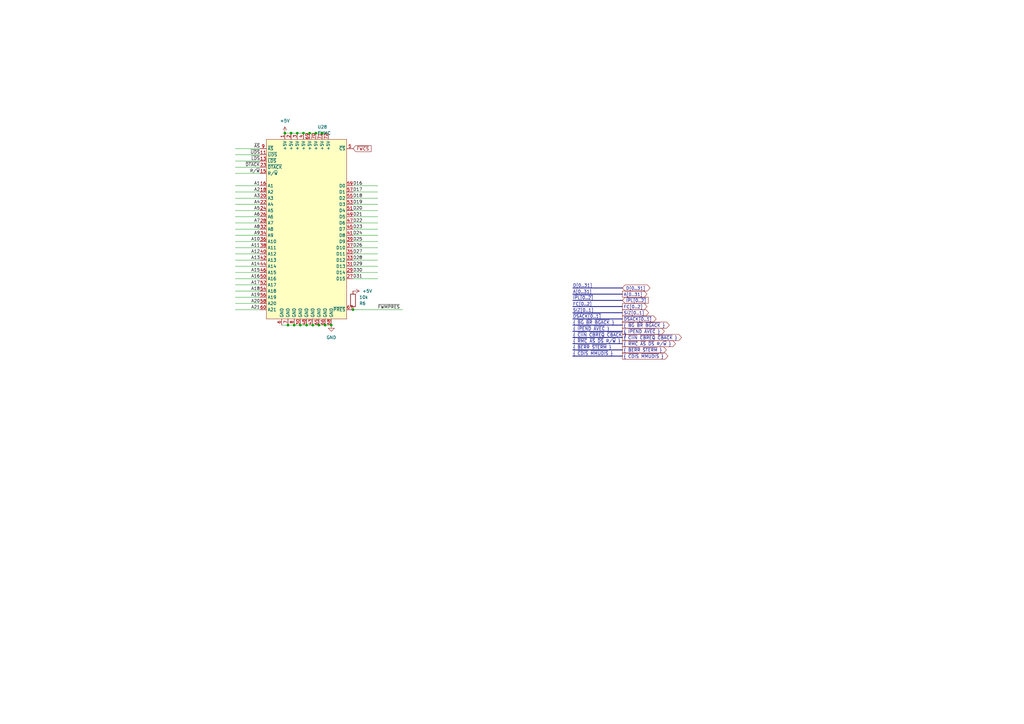
<source format=kicad_sch>
(kicad_sch (version 20230121) (generator eeschema)
  (paper "A3")
  (lib_symbols
    (symbol "Device:R" (pin_numbers hide) (pin_names (offset 0))
      (property "Reference" "R" (at 2.032 0 90))
      (property "Value" "R" (at 0 0 90))
      (symbol "R_0_1"
        (rectangle (start -1.016 -2.54) (end 1.016 2.54) (stroke (width 0.254)))
      )
      (symbol "R_1_1"
        (pin passive line (at 0 3.81 270) (length 1.27) (name "~") (number "1"))
        (pin passive line (at 0 -3.81 90) (length 1.27) (name "~") (number "2"))
      )
    )
    (symbol "FWMC:FWMC"
      (property "Reference" "U" (at 0 0 0))
      (property "Value" "FWMC" (at -19.05 8.89 0))
      (symbol "FWMC_1_1"
        (rectangle (start -16.51 36.83) (end 16.51 -36.83) (fill (type background)))
        (pin power_in line (at -8.89 39.37 270) (length 2.54) (name "+5V") (number "1"))
        (pin no_connect line (at 19.05 -30.48 180) (length 2.54) hide (name "NC") (number "10"))
        (pin input line (at -19.05 30.48 0) (length 2.54) (name "~{UDS}") (number "11"))
        (pin no_connect line (at 19.05 -30.48 180) (length 2.54) hide (name "NC") (number "12"))
        (pin input line (at -19.05 27.94 0) (length 2.54) (name "~{LDS}") (number "13"))
        (pin no_connect line (at 19.05 -30.48 180) (length 2.54) hide (name "NC") (number "14"))
        (pin input line (at -19.05 22.86 0) (length 2.54) (name "R/~{W}") (number "15"))
        (pin input line (at -19.05 17.78 0) (length 2.54) (name "A1") (number "16"))
        (pin no_connect line (at 19.05 -30.48 180) (length 2.54) hide (name "NC") (number "17"))
        (pin input line (at -19.05 15.24 0) (length 2.54) (name "A2") (number "18"))
        (pin no_connect line (at 19.05 -30.48 180) (length 2.54) hide (name "NC") (number "19"))
        (pin power_in line (at -6.35 39.37 270) (length 2.54) (name "+5V") (number "2"))
        (pin input line (at -19.05 12.7 0) (length 2.54) (name "A3") (number "20"))
        (pin no_connect line (at 19.05 -30.48 180) (length 2.54) hide (name "NC") (number "21"))
        (pin input line (at -19.05 10.16 0) (length 2.54) (name "A4") (number "22"))
        (pin output line (at -19.05 25.4 0) (length 2.54) (name "~{DTACK}") (number "23"))
        (pin input line (at -19.05 7.62 0) (length 2.54) (name "A5") (number "24"))
        (pin no_connect line (at 19.05 -30.48 180) (length 2.54) hide (name "NC") (number "25"))
        (pin input line (at -19.05 5.08 0) (length 2.54) (name "A6") (number "26"))
        (pin bidirectional line (at 19.05 -20.32 180) (length 2.54) (name "D15") (number "27"))
        (pin input line (at -19.05 2.54 0) (length 2.54) (name "A7") (number "28"))
        (pin bidirectional line (at 19.05 -17.78 180) (length 2.54) (name "D14") (number "29"))
        (pin power_in line (at -3.81 39.37 270) (length 2.54) (name "+5V") (number "3"))
        (pin power_in line (at -2.54 -39.37 90) (length 2.54) (name "GND") (number "30"))
        (pin bidirectional line (at 19.05 -15.24 180) (length 2.54) (name "D13") (number "31"))
        (pin input line (at -19.05 0 0) (length 2.54) (name "A8") (number "32"))
        (pin bidirectional line (at 19.05 -12.7 180) (length 2.54) (name "D12") (number "33"))
        (pin input line (at -19.05 -2.54 0) (length 2.54) (name "A9") (number "34"))
        (pin bidirectional line (at 19.05 -10.16 180) (length 2.54) (name "D11") (number "35"))
        (pin input line (at -19.05 -5.08 0) (length 2.54) (name "A10") (number "36"))
        (pin bidirectional line (at 19.05 -7.62 180) (length 2.54) (name "D10") (number "37"))
        (pin input line (at -19.05 -7.62 0) (length 2.54) (name "A11") (number "38"))
        (pin bidirectional line (at 19.05 -5.08 180) (length 2.54) (name "D9") (number "39"))
        (pin power_in line (at -1.27 39.37 270) (length 2.54) (name "+5V") (number "4"))
        (pin input line (at -19.05 -10.16 0) (length 2.54) (name "A12") (number "40"))
        (pin bidirectional line (at 19.05 -2.54 180) (length 2.54) (name "D8") (number "41"))
        (pin input line (at -19.05 -12.7 0) (length 2.54) (name "A13") (number "42"))
        (pin power_in line (at 2.54 -39.37 90) (length 2.54) (name "GND") (number "43"))
        (pin input line (at -19.05 -15.24 0) (length 2.54) (name "A14") (number "44"))
        (pin bidirectional line (at 19.05 0 180) (length 2.54) (name "D7") (number "45"))
        (pin input line (at -19.05 -17.78 0) (length 2.54) (name "A15") (number "46"))
        (pin bidirectional line (at 19.05 2.54 180) (length 2.54) (name "D6") (number "47"))
        (pin power_in line (at 0 -39.37 90) (length 2.54) (name "GND") (number "48"))
        (pin bidirectional line (at 19.05 5.08 180) (length 2.54) (name "D5") (number "49"))
        (pin input line (at 19.05 33.02 180) (length 2.54) (name "~{CS}") (number "5"))
        (pin input line (at -19.05 -20.32 0) (length 2.54) (name "A16") (number "50"))
        (pin bidirectional line (at 19.05 7.62 180) (length 2.54) (name "D4") (number "51"))
        (pin input line (at -19.05 -22.86 0) (length 2.54) (name "A17") (number "52"))
        (pin bidirectional line (at 19.05 10.16 180) (length 2.54) (name "D3") (number "53"))
        (pin input line (at -19.05 -25.4 0) (length 2.54) (name "A18") (number "54"))
        (pin bidirectional line (at 19.05 12.7 180) (length 2.54) (name "D2") (number "55"))
        (pin input line (at -19.05 -27.94 0) (length 2.54) (name "A19") (number "56"))
        (pin bidirectional line (at 19.05 15.24 180) (length 2.54) (name "D1") (number "57"))
        (pin input line (at -19.05 -30.48 0) (length 2.54) (name "A20") (number "58"))
        (pin bidirectional line (at 19.05 17.78 180) (length 2.54) (name "D0") (number "59"))
        (pin power_in line (at -10.16 -39.37 90) (length 2.54) (name "GND") (number "6"))
        (pin input line (at -19.05 -33.02 0) (length 2.54) (name "A21") (number "60"))
        (pin no_connect line (at 19.05 -30.48 180) (length 2.54) hide (name "NC") (number "61"))
        (pin no_connect line (at 19.05 -30.48 180) (length 2.54) hide (name "NC") (number "62"))
        (pin no_connect line (at 19.05 -30.48 180) (length 2.54) hide (name "NC") (number "63"))
        (pin no_connect line (at 19.05 -30.48 180) (length 2.54) hide (name "NC") (number "64"))
        (pin power_in line (at 5.08 -39.37 90) (length 2.54) (name "GND") (number "65"))
        (pin power_in line (at 7.62 -39.37 90) (length 2.54) (name "GND") (number "66"))
        (pin output line (at 19.05 -33.02 180) (length 2.54) (name "~{PRES}") (number "67"))
        (pin power_in line (at 10.16 -39.37 90) (length 2.54) (name "GND") (number "68"))
        (pin power_in line (at 1.27 39.37 270) (length 2.54) (name "+5V") (number "69"))
        (pin power_in line (at -7.62 -39.37 90) (length 2.54) (name "GND") (number "7"))
        (pin power_in line (at 3.81 39.37 270) (length 2.54) (name "+5V") (number "70"))
        (pin power_in line (at 6.35 39.37 270) (length 2.54) (name "+5V") (number "71"))
        (pin power_in line (at 8.89 39.37 270) (length 2.54) (name "+5V") (number "72"))
        (pin power_in line (at -5.08 -39.37 90) (length 2.54) (name "GND") (number "8"))
        (pin input line (at -19.05 33.02 0) (length 2.54) (name "~{AS}") (number "9"))
      )
    )
    (symbol "power:+5V" (power) (pin_names (offset 0))
      (property "Value" "+5V" (at 0 3.556 0))
      (symbol "+5V_0_1"
        (polyline (pts (xy -0.762 1.27) (xy 0 2.54)))
        (polyline (pts (xy 0 0) (xy 0 2.54)))
        (polyline (pts (xy 0 2.54) (xy 0.762 1.27)))
      )
      (symbol "+5V_1_1"
        (pin power_in line (at 0 0 90) (length 0) hide (name "+5V") (number "1"))
      )
    )
    (symbol "power:GND" (power) (pin_names (offset 0))
      (property "Value" "GND" (at 0 -3.81 0))
      (symbol "GND_0_1"
        (polyline (pts (xy 0 0) (xy 0 -1.27) (xy 1.27 -1.27) (xy 0 -2.54) (xy -1.27 -1.27) (xy 0 -1.27)))
      )
      (symbol "GND_1_1"
        (pin power_in line (at 0 0 270) (length 0) hide (name "GND") (number "1"))
      )
    )
  )
  (junction (at 118.11 133.35))
  (junction (at 144.78 127))
  (junction (at 121.92 54.61))
  (junction (at 116.84 54.61))
  (junction (at 119.38 54.61))
  (junction (at 127 54.61))
  (junction (at 135.89 133.35))
  (junction (at 124.46 54.61))
  (junction (at 132.08 54.61))
  (junction (at 129.54 54.61))
  (junction (at 120.65 133.35))
  (junction (at 128.27 133.35))
  (junction (at 123.19 133.35))
  (junction (at 133.35 133.35))
  (junction (at 130.81 133.35))
  (junction (at 125.73 133.35))
  (wire (pts (xy 154.94 78.74) (xy 144.78 78.74)))
  (wire (pts (xy 129.54 54.61) (xy 132.08 54.61)))
  (bus (pts (xy 234.95 135.89) (xy 255.27 135.89)))
  (wire (pts (xy 154.94 101.6) (xy 144.78 101.6)))
  (wire (pts (xy 96.52 121.92) (xy 106.68 121.92)))
  (wire (pts (xy 96.52 114.3) (xy 106.68 114.3)))
  (wire (pts (xy 96.52 78.74) (xy 106.68 78.74)))
  (bus (pts (xy 234.95 133.35) (xy 255.27 133.35)))
  (bus (pts (xy 234.95 130.81) (xy 255.27 130.81)))
  (wire (pts (xy 96.52 109.22) (xy 106.68 109.22)))
  (wire (pts (xy 96.52 99.06) (xy 106.68 99.06)))
  (wire (pts (xy 96.52 71.12) (xy 106.68 71.12)))
  (bus (pts (xy 234.95 146.05) (xy 255.27 146.05)))
  (wire (pts (xy 96.52 101.6) (xy 106.68 101.6)))
  (wire (pts (xy 116.84 54.61) (xy 119.38 54.61)))
  (wire (pts (xy 120.65 133.35) (xy 118.11 133.35)))
  (wire (pts (xy 132.08 54.61) (xy 134.62 54.61)))
  (bus (pts (xy 234.95 123.19) (xy 255.27 123.19)))
  (bus (pts (xy 234.95 140.97) (xy 255.27 140.97)))
  (wire (pts (xy 119.38 54.61) (xy 121.92 54.61)))
  (wire (pts (xy 96.52 93.98) (xy 106.68 93.98)))
  (wire (pts (xy 154.94 114.3) (xy 144.78 114.3)))
  (bus (pts (xy 234.95 143.51) (xy 255.27 143.51)))
  (wire (pts (xy 154.94 86.36) (xy 144.78 86.36)))
  (wire (pts (xy 96.52 127) (xy 106.68 127)))
  (wire (pts (xy 96.52 96.52) (xy 106.68 96.52)))
  (wire (pts (xy 96.52 106.68) (xy 106.68 106.68)))
  (wire (pts (xy 154.94 106.68) (xy 144.78 106.68)))
  (wire (pts (xy 154.94 83.82) (xy 144.78 83.82)))
  (wire (pts (xy 96.52 81.28) (xy 106.68 81.28)))
  (wire (pts (xy 154.94 76.2) (xy 144.78 76.2)))
  (wire (pts (xy 96.52 86.36) (xy 106.68 86.36)))
  (bus (pts (xy 234.95 120.65) (xy 255.27 120.65)))
  (wire (pts (xy 154.94 99.06) (xy 144.78 99.06)))
  (wire (pts (xy 154.94 111.76) (xy 144.78 111.76)))
  (wire (pts (xy 135.89 133.35) (xy 133.35 133.35)))
  (wire (pts (xy 128.27 133.35) (xy 125.73 133.35)))
  (wire (pts (xy 96.52 88.9) (xy 106.68 88.9)))
  (wire (pts (xy 127 54.61) (xy 129.54 54.61)))
  (wire (pts (xy 96.52 76.2) (xy 106.68 76.2)))
  (bus (pts (xy 234.95 118.11) (xy 255.27 118.11)))
  (wire (pts (xy 144.78 127) (xy 165.1 127)))
  (wire (pts (xy 96.52 119.38) (xy 106.68 119.38)))
  (bus (pts (xy 234.95 128.27) (xy 255.27 128.27)))
  (bus (pts (xy 234.95 138.43) (xy 255.27 138.43)))
  (wire (pts (xy 96.52 63.5) (xy 106.68 63.5)))
  (wire (pts (xy 96.52 91.44) (xy 106.68 91.44)))
  (wire (pts (xy 124.46 54.61) (xy 127 54.61)))
  (wire (pts (xy 154.94 91.44) (xy 144.78 91.44)))
  (wire (pts (xy 154.94 93.98) (xy 144.78 93.98)))
  (wire (pts (xy 96.52 111.76) (xy 106.68 111.76)))
  (wire (pts (xy 96.52 60.96) (xy 106.68 60.96)))
  (wire (pts (xy 96.52 83.82) (xy 106.68 83.82)))
  (wire (pts (xy 96.52 116.84) (xy 106.68 116.84)))
  (wire (pts (xy 123.19 133.35) (xy 120.65 133.35)))
  (wire (pts (xy 96.52 66.04) (xy 106.68 66.04)))
  (wire (pts (xy 121.92 54.61) (xy 124.46 54.61)))
  (wire (pts (xy 96.52 104.14) (xy 106.68 104.14)))
  (wire (pts (xy 154.94 104.14) (xy 144.78 104.14)))
  (wire (pts (xy 154.94 81.28) (xy 144.78 81.28)))
  (wire (pts (xy 96.52 124.46) (xy 106.68 124.46)))
  (wire (pts (xy 96.52 68.58) (xy 106.68 68.58)))
  (wire (pts (xy 118.11 133.35) (xy 115.57 133.35)))
  (wire (pts (xy 125.73 133.35) (xy 123.19 133.35)))
  (wire (pts (xy 130.81 133.35) (xy 128.27 133.35)))
  (bus (pts (xy 234.95 125.73) (xy 255.27 125.73)))
  (wire (pts (xy 154.94 88.9) (xy 144.78 88.9)))
  (wire (pts (xy 133.35 133.35) (xy 130.81 133.35)))
  (wire (pts (xy 154.94 109.22) (xy 144.78 109.22)))
  (wire (pts (xy 154.94 96.52) (xy 144.78 96.52)))
  (label "~{DSACK[0..1]}" (at 234.95 130.81 0))
  (label "A4" (at 106.68 83.82 180))
  (label "A20" (at 106.68 124.46 180))
  (label "A[0..31]" (at 234.95 120.65 0))
  (label "A7" (at 106.68 91.44 180))
  (label "D22" (at 144.78 91.44 0))
  (label "D19" (at 144.78 83.82 0))
  (label "A13" (at 106.68 106.68 180))
  (label "{ ~{BG} ~{BR} ~{BGACK} }" (at 234.95 133.35 0))
  (label "~{AS}" (at 106.68 60.96 180))
  (label "D18" (at 144.78 81.28 0))
  (label "A9" (at 106.68 96.52 180))
  (label "R{slash}~{W}" (at 106.68 71.12 180))
  (label "D31" (at 144.78 114.3 0))
  (label "D23" (at 144.78 93.98 0))
  (label "D27" (at 144.78 104.14 0))
  (label "D30" (at 144.78 111.76 0))
  (label "{ ~{CIIN} ~{CBREQ} ~{CBACK} }" (at 234.95 138.43 0))
  (label "FC[0..2]" (at 234.95 125.73 0))
  (label "A19" (at 106.68 121.92 180))
  (label "D21" (at 144.78 88.9 0))
  (label "A16" (at 106.68 114.3 180))
  (label "A11" (at 106.68 101.6 180))
  (label "A5" (at 106.68 86.36 180))
  (label "A3" (at 106.68 81.28 180))
  (label "A15" (at 106.68 111.76 180))
  (label "A10" (at 106.68 99.06 180))
  (label "D24" (at 144.78 96.52 0))
  (label "D16" (at 144.78 76.2 0))
  (label "D26" (at 144.78 101.6 0))
  (label "A12" (at 106.68 104.14 180))
  (label "D[0..31]" (at 234.95 118.11 0))
  (label "A2" (at 106.68 78.74 180))
  (label "SIZ[0..1]" (at 234.95 128.27 0))
  (label "A14" (at 106.68 109.22 180))
  (label "D28" (at 144.78 106.68 0))
  (label "D17" (at 144.78 78.74 0))
  (label "{ ~{BERR} ~{STERM} }" (at 234.95 143.51 0))
  (label "~{FWMPRES}" (at 154.94 127 0))
  (label "D20" (at 144.78 86.36 0))
  (label "A21" (at 106.68 127 180))
  (label "~{DTACK}" (at 106.68 68.58 180))
  (label "A17" (at 106.68 116.84 180))
  (label "~{UDS}" (at 106.68 63.5 180))
  (label "A6" (at 106.68 88.9 180))
  (label "A18" (at 106.68 119.38 180))
  (label "A8" (at 106.68 93.98 180))
  (label "{ ~{RMC} ~{AS} ~{DS} R{slash}~{W} }" (at 234.95 140.97 0))
  (label "{ ~{CDIS} ~{MMUDIS} }" (at 234.95 146.05 0))
  (label "D25" (at 144.78 99.06 0))
  (label "A1" (at 106.68 76.2 180))
  (label "{ ~{IPEND} ~{AVEC} }" (at 234.95 135.89 0))
  (label "D29" (at 144.78 109.22 0))
  (label "~{LDS}" (at 106.68 66.04 180))
  (label "~{IPL[0..2]}" (at 234.95 123.19 0))
  (global_label "{ ~{CDIS} ~{MMUDIS} }" (shape output) (at 255.27 146.05 0) (property "Intersheetrefs" "${INTERSHEET_REFS}" (effects hide)))
  (global_label "{ ~{BERR} ~{STERM} }" (shape output) (at 255.27 143.51 0) (property "Intersheetrefs" "${INTERSHEET_REFS}" (effects hide)))
  (global_label "FC[0..2]" (shape output) (at 255.27 125.73 0) (property "Intersheetrefs" "${INTERSHEET_REFS}" (effects hide)))
  (global_label "{ ~{BG} ~{BR} ~{BGACK} }" (shape output) (at 255.27 133.35 0) (property "Intersheetrefs" "${INTERSHEET_REFS}" (effects hide)))
  (global_label "SIZ[0..1]" (shape output) (at 255.27 128.27 0) (property "Intersheetrefs" "${INTERSHEET_REFS}" (effects hide)))
  (global_label "~{DSACK[0..1]}" (shape output) (at 255.27 130.81 0) (property "Intersheetrefs" "${INTERSHEET_REFS}" (effects hide)))
  (global_label "{ ~{IPEND} ~{AVEC} }" (shape output) (at 255.27 135.89 0) (property "Intersheetrefs" "${INTERSHEET_REFS}" (effects hide)))
  (global_label "{ ~{RMC} ~{AS} ~{DS} R{slash}~{W} }" (shape output) (at 255.27 140.97 0) (property "Intersheetrefs" "${INTERSHEET_REFS}" (effects hide)))
  (global_label "~{FWCS}" (shape input) (at 144.78 60.96 0) (property "Intersheetrefs" "${INTERSHEET_REFS}" (effects hide)))
  (global_label "D[0..31]" (shape bidirectional) (at 255.27 118.11 0) (property "Intersheetrefs" "${INTERSHEET_REFS}" (effects hide)))
  (global_label "{ ~{CIIN} ~{CBREQ} ~{CBACK} }" (shape output) (at 255.27 138.43 0) (property "Intersheetrefs" "${INTERSHEET_REFS}" (effects hide)))
  (global_label "A[0..31]" (shape output) (at 255.27 120.65 0) (property "Intersheetrefs" "${INTERSHEET_REFS}" (effects hide)))
  (global_label "~{IPL[0..2]}" (shape input) (at 255.27 123.19 0) (property "Intersheetrefs" "${INTERSHEET_REFS}" (effects hide)))
  (symbol (lib_id "power:+5V") (at 144.78 119.38 270) (unit 1)
    (property "Reference" "#PWR0219" (effects hide))
    (property "Value" "+5V" (at 148.59 119.38 90) (effects (justify left)))
  )
  (symbol (lib_id "power:GND") (at 135.89 133.35 0) (unit 1)
    (property "Reference" "#PWR080" (effects hide))
    (property "Value" "GND" (at 135.89 138.43 0))
    (instances (project "m68k-hbc" (path "" (reference "#PWR080") (unit 1)) (path "" (reference "#PWR0220") (unit 1))))
  )
  (symbol (lib_id "Device:R") (at 144.78 123.19 0) (mirror y) (unit 1)
    (property "Reference" "R6" (at 147.32 124.46 0) (effects (justify right)))
    (property "Value" "10k" (at 147.32 121.92 0) (effects (justify right)))
    (property "Footprint" "Resistor_SMD:R_1206_3216Metric_Pad1.30x1.75mm_HandSolder" (effects hide))
  )
  (symbol (lib_id "FWMC:FWMC") (at 125.73 93.98 0) (unit 1)
    (property "Reference" "U28" (at 130.2259 52.07 0) (effects (justify left)))
    (property "Value" "FWMC" (at 130.2259 54.61 0) (effects (justify left)))
    (property "Footprint" "55308438:55308438" (effects hide))
  )
  (symbol (lib_id "power:+5V") (at 116.84 54.61 0) (unit 1)
    (property "Reference" "#PWR066" (effects hide))
    (property "Value" "+5V" (at 116.84 49.53 0))
    (instances (project "m68k-hbc" (path "" (reference "#PWR066") (unit 1)) (path "" (reference "#PWR0218") (unit 1))))
  )
)
</source>
